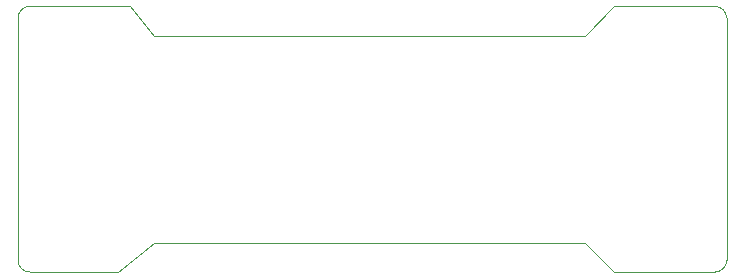
<source format=gbr>
%TF.GenerationSoftware,KiCad,Pcbnew,7.0.10*%
%TF.CreationDate,2024-02-24T19:37:41+01:00*%
%TF.ProjectId,STM32,53544d33-322e-46b6-9963-61645f706362,Rev01*%
%TF.SameCoordinates,Original*%
%TF.FileFunction,Profile,NP*%
%FSLAX46Y46*%
G04 Gerber Fmt 4.6, Leading zero omitted, Abs format (unit mm)*
G04 Created by KiCad (PCBNEW 7.0.10) date 2024-02-24 19:37:41*
%MOMM*%
%LPD*%
G01*
G04 APERTURE LIST*
%TA.AperFunction,Profile*%
%ADD10C,0.050000*%
%TD*%
G04 APERTURE END LIST*
D10*
X119500000Y-70000000D02*
X127000000Y-70000000D01*
X127000000Y-70000000D02*
X130000000Y-67500000D01*
X130000000Y-67500000D02*
X166500000Y-67500000D01*
X169000000Y-70000000D02*
X166500000Y-67500000D01*
X130000000Y-50000000D02*
X166500000Y-50000000D01*
X166500000Y-50000000D02*
X169000000Y-47500000D01*
X128000000Y-47500000D02*
X130000000Y-50000000D01*
X119500000Y-47500000D02*
X128000000Y-47500000D01*
X169000000Y-47500000D02*
X177500000Y-47500000D01*
X169000000Y-70000000D02*
X177500000Y-70000000D01*
X118500000Y-48500000D02*
X118500000Y-69000000D01*
X178500000Y-69000000D02*
X178500000Y-48500000D01*
X178499998Y-48500000D02*
G75*
G03*
X177500000Y-47500000I-999998J2D01*
G01*
X177500000Y-69999998D02*
G75*
G03*
X178500000Y-69000000I3J999997D01*
G01*
X118500002Y-69000000D02*
G75*
G03*
X119500000Y-70000000I999997J-3D01*
G01*
X119500000Y-47500002D02*
G75*
G03*
X118500000Y-48500000I-2J-999998D01*
G01*
M02*

</source>
